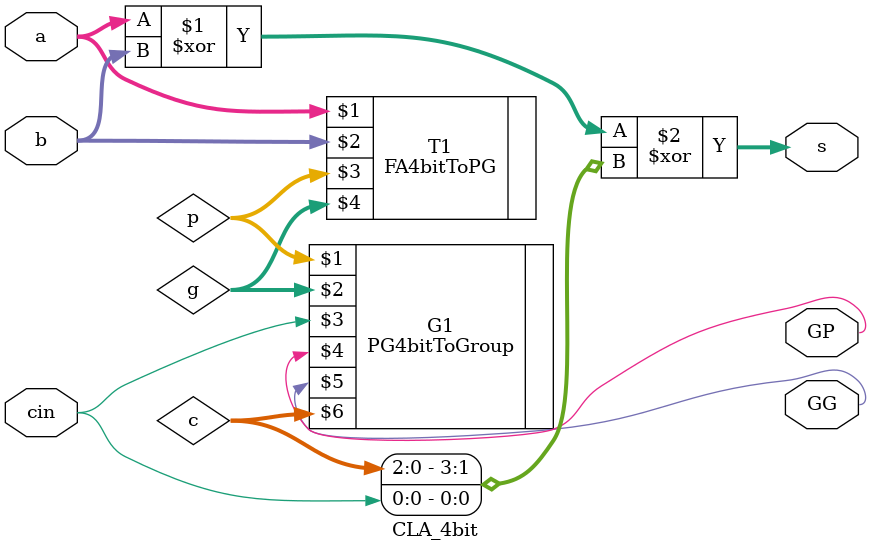
<source format=v>
`timescale 1ns / 1ps
`include "PG_converter.v"

module CLA_4bit(a, b, cin, s, GP, GG);
	
	input [3:0] a, b;
	input cin;
	output [3:0] s;
	output GP, GG;

	wire [2:0] c;
    wire [3:0] p, g;

    FA4bitToPG T1(a, b, p, g);
    PG4bitToGroup G1(p, g, cin, GP, GG, c);
    assign s = a ^ b ^ {c, cin};
	
endmodule

</source>
